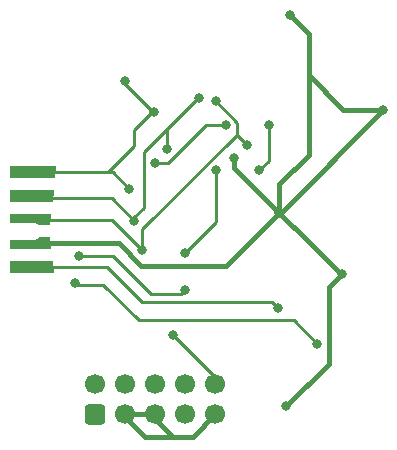
<source format=gbl>
%TF.GenerationSoftware,KiCad,Pcbnew,5.1.8*%
%TF.CreationDate,2020-11-29T17:04:24-06:00*%
%TF.ProjectId,ePenguin-Debug,6550656e-6775-4696-9e2d-44656275672e,rev?*%
%TF.SameCoordinates,Original*%
%TF.FileFunction,Copper,L2,Bot*%
%TF.FilePolarity,Positive*%
%FSLAX46Y46*%
G04 Gerber Fmt 4.6, Leading zero omitted, Abs format (unit mm)*
G04 Created by KiCad (PCBNEW 5.1.8) date 2020-11-29 17:04:24*
%MOMM*%
%LPD*%
G01*
G04 APERTURE LIST*
%TA.AperFunction,ComponentPad*%
%ADD10C,1.700000*%
%TD*%
%TA.AperFunction,SMDPad,CuDef*%
%ADD11C,0.100000*%
%TD*%
%TA.AperFunction,ViaPad*%
%ADD12C,0.800000*%
%TD*%
%TA.AperFunction,Conductor*%
%ADD13C,0.250000*%
%TD*%
%TA.AperFunction,Conductor*%
%ADD14C,0.400000*%
%TD*%
G04 APERTURE END LIST*
D10*
%TO.P,J3,10*%
%TO.N,Net-(J1-Pad10)*%
X118960000Y-81960000D03*
%TO.P,J3,8*%
%TO.N,Net-(J2-Pad8)*%
X116420000Y-81960000D03*
%TO.P,J3,6*%
%TO.N,Net-(J1-Pad6)*%
X113880000Y-81960000D03*
%TO.P,J3,4*%
%TO.N,Net-(J1-Pad4)*%
X111340000Y-81960000D03*
%TO.P,J3,2*%
%TO.N,Net-(J1-Pad2)*%
X108800000Y-81960000D03*
%TO.P,J3,9*%
%TO.N,GND*%
X118960000Y-84500000D03*
%TO.P,J3,7*%
%TO.N,Net-(J2-Pad7)*%
X116420000Y-84500000D03*
%TO.P,J3,5*%
%TO.N,GND*%
X113880000Y-84500000D03*
%TO.P,J3,3*%
X111340000Y-84500000D03*
%TO.P,J3,1*%
%TO.N,Net-(J1-Pad1)*%
%TA.AperFunction,ComponentPad*%
G36*
G01*
X109400000Y-85350000D02*
X108200000Y-85350000D01*
G75*
G02*
X107950000Y-85100000I0J250000D01*
G01*
X107950000Y-83900000D01*
G75*
G02*
X108200000Y-83650000I250000J0D01*
G01*
X109400000Y-83650000D01*
G75*
G02*
X109650000Y-83900000I0J-250000D01*
G01*
X109650000Y-85100000D01*
G75*
G02*
X109400000Y-85350000I-250000J0D01*
G01*
G37*
%TD.AperFunction*%
%TD*%
%TA.AperFunction,SMDPad,CuDef*%
D11*
%TO.P,J1,8*%
%TO.N,/DEBUG_RX*%
G36*
X101600000Y-72500000D02*
G01*
X101600000Y-71500000D01*
X105200000Y-71500000D01*
X105300000Y-72500000D01*
X101600000Y-72500000D01*
G37*
%TD.AperFunction*%
%TA.AperFunction,SMDPad,CuDef*%
%TO.P,J1,6*%
%TO.N,Net-(J1-Pad6)*%
G36*
X105200000Y-66500000D02*
G01*
X101600000Y-66500000D01*
X101600000Y-65500000D01*
X105300000Y-65500000D01*
X105200000Y-66500000D01*
G37*
%TD.AperFunction*%
%TA.AperFunction,SMDPad,CuDef*%
%TO.P,J1,10*%
%TO.N,Net-(J1-Pad10)*%
G36*
X105400000Y-64500000D02*
G01*
X101600000Y-64500000D01*
X101600000Y-63500000D01*
X105500000Y-63500000D01*
X105400000Y-64500000D01*
G37*
%TD.AperFunction*%
%TA.AperFunction,SMDPad,CuDef*%
%TO.P,J1,3*%
%TO.N,GND*%
G36*
X101600000Y-70500000D02*
G01*
X101600000Y-69700000D01*
X103610000Y-69700000D01*
X103720000Y-69690000D01*
X103800000Y-69670000D01*
X103860000Y-69650000D01*
X103910000Y-69630000D01*
X103960000Y-69600000D01*
X104020000Y-69560000D01*
X104070000Y-69520000D01*
X104090000Y-69500000D01*
X105000000Y-69500000D01*
X105100000Y-70500000D01*
X101600000Y-70500000D01*
G37*
%TD.AperFunction*%
%TA.AperFunction,SMDPad,CuDef*%
%TO.P,J1,4*%
%TO.N,Net-(J1-Pad4)*%
G36*
X105000000Y-68500000D02*
G01*
X104090000Y-68500000D01*
X104070000Y-68480000D01*
X104020000Y-68440000D01*
X103960000Y-68400000D01*
X103910000Y-68370000D01*
X103860000Y-68350000D01*
X103800000Y-68330000D01*
X103720000Y-68310000D01*
X103610000Y-68300000D01*
X101600000Y-68300000D01*
X101600000Y-67500000D01*
X105100000Y-67500000D01*
X105000000Y-68500000D01*
G37*
%TD.AperFunction*%
%TD*%
D12*
%TO.N,/DEBUG_RX*%
X124300000Y-75500000D03*
%TO.N,GND*%
X133200000Y-58700000D03*
X125000000Y-83800000D03*
X124400000Y-67400000D03*
X125300000Y-50700000D03*
X120600000Y-62800000D03*
X129700000Y-72600000D03*
%TO.N,/DEBUG_TX*%
X107100000Y-73400000D03*
X127600000Y-78500000D03*
%TO.N,Net-(J1-Pad6)*%
X112100000Y-68100000D03*
X117600000Y-57700000D03*
X114900000Y-62000000D03*
%TO.N,Net-(J1-Pad10)*%
X115400000Y-77800000D03*
X111700000Y-65400000D03*
X113800000Y-58900000D03*
X111300000Y-56300000D03*
%TO.N,Net-(J1-Pad4)*%
X112800000Y-70600000D03*
X119000000Y-58000000D03*
X121700000Y-61700000D03*
%TO.N,Net-(J1-Pad2)*%
X119900000Y-60000000D03*
X113900000Y-63200000D03*
%TO.N,Net-(J1-Pad1)*%
X123500000Y-60000000D03*
X119000000Y-63800000D03*
X116400000Y-70800000D03*
X107400000Y-71100000D03*
X116400000Y-74000000D03*
X122700000Y-63800000D03*
%TD*%
D13*
%TO.N,/DEBUG_RX*%
X109800000Y-72000000D02*
X103400000Y-72000000D01*
X124300000Y-75500000D02*
X123800000Y-75000000D01*
X112800000Y-75000000D02*
X109800000Y-72000000D01*
X123800000Y-75000000D02*
X112800000Y-75000000D01*
D14*
%TO.N,GND*%
X111340000Y-84500000D02*
X113880000Y-84500000D01*
X113880000Y-84500000D02*
X113880000Y-84880000D01*
X113880000Y-84880000D02*
X115400000Y-86400000D01*
X117060000Y-86400000D02*
X118960000Y-84500000D01*
X111340000Y-84500000D02*
X111340000Y-84740000D01*
X113000000Y-86400000D02*
X115600000Y-86400000D01*
X111340000Y-84740000D02*
X113000000Y-86400000D01*
X115600000Y-86400000D02*
X117060000Y-86400000D01*
X115400000Y-86400000D02*
X115600000Y-86400000D01*
X125300000Y-50700000D02*
X126900000Y-52300000D01*
X126900000Y-52300000D02*
X126900000Y-55800000D01*
X129800000Y-58700000D02*
X133200000Y-58700000D01*
X126900000Y-55800000D02*
X129800000Y-58700000D01*
X126900000Y-55800000D02*
X126900000Y-62500000D01*
X124400000Y-65000000D02*
X124400000Y-67400000D01*
X126900000Y-62500000D02*
X124400000Y-65000000D01*
X120600000Y-63600000D02*
X124400000Y-67400000D01*
X120600000Y-62800000D02*
X120600000Y-63600000D01*
X124500000Y-67400000D02*
X124400000Y-67400000D01*
X133200000Y-58700000D02*
X124500000Y-67400000D01*
X110800000Y-70000000D02*
X103100000Y-70000000D01*
X112700000Y-71900000D02*
X110800000Y-70000000D01*
X119900000Y-71900000D02*
X112700000Y-71900000D01*
X124400000Y-67400000D02*
X119900000Y-71900000D01*
X128600000Y-80200000D02*
X125000000Y-83800000D01*
X128600000Y-73700000D02*
X128600000Y-80200000D01*
X129700000Y-72600000D02*
X128600000Y-73700000D01*
X126800000Y-69800000D02*
X124400000Y-67400000D01*
X129600000Y-72600000D02*
X126800000Y-69800000D01*
X129700000Y-72600000D02*
X129600000Y-72600000D01*
D13*
%TO.N,/DEBUG_TX*%
X107100000Y-73400000D02*
X107200000Y-73500000D01*
X107200000Y-73500000D02*
X109500000Y-73500000D01*
X109500000Y-73500000D02*
X112500000Y-76500000D01*
X125600000Y-76500000D02*
X127600000Y-78500000D01*
X112500000Y-76500000D02*
X125600000Y-76500000D01*
%TO.N,Net-(J1-Pad6)*%
X103600000Y-66200000D02*
X103400000Y-66000000D01*
X112100000Y-68100000D02*
X110200000Y-66200000D01*
X110200000Y-66200000D02*
X103600000Y-66200000D01*
X112900000Y-62300000D02*
X117500000Y-57700000D01*
X117500000Y-57700000D02*
X117600000Y-57700000D01*
X112900000Y-67000000D02*
X112900000Y-62300000D01*
X112100000Y-67800000D02*
X112900000Y-67000000D01*
X112100000Y-68100000D02*
X112100000Y-67800000D01*
X114900000Y-60300000D02*
X117500000Y-57700000D01*
X114900000Y-62000000D02*
X114900000Y-60300000D01*
%TO.N,Net-(J1-Pad10)*%
X103500000Y-64000000D02*
X109900000Y-64000000D01*
X118960000Y-81360000D02*
X115400000Y-77800000D01*
X118960000Y-81960000D02*
X118960000Y-81360000D01*
X110300000Y-64000000D02*
X109900000Y-64000000D01*
X111700000Y-65400000D02*
X110300000Y-64000000D01*
X112100000Y-61800000D02*
X109900000Y-64000000D01*
X112100000Y-60400000D02*
X112100000Y-61800000D01*
X113800000Y-58900000D02*
X113600000Y-58900000D01*
X113600000Y-58900000D02*
X112100000Y-60400000D01*
X113700000Y-58900000D02*
X113800000Y-58900000D01*
X111300000Y-56500000D02*
X113700000Y-58900000D01*
X111300000Y-56300000D02*
X111300000Y-56500000D01*
%TO.N,Net-(J1-Pad4)*%
X103100000Y-68000000D02*
X110200000Y-68000000D01*
X110200000Y-68000000D02*
X112800000Y-70600000D01*
X120800000Y-59800000D02*
X119000000Y-58000000D01*
X120800000Y-60400000D02*
X120800000Y-59800000D01*
X120800000Y-60800000D02*
X120800000Y-60400000D01*
X121700000Y-61700000D02*
X120800000Y-60800000D01*
X112800000Y-68800000D02*
X120800000Y-60800000D01*
X112800000Y-70600000D02*
X112800000Y-68800000D01*
%TO.N,Net-(J1-Pad2)*%
X118200000Y-60000000D02*
X119900000Y-60000000D01*
X115000000Y-63200000D02*
X118200000Y-60000000D01*
X113900000Y-63200000D02*
X115000000Y-63200000D01*
%TO.N,Net-(J1-Pad1)*%
X119000000Y-68200000D02*
X116400000Y-70800000D01*
X119000000Y-63800000D02*
X119000000Y-68200000D01*
X107400000Y-71100000D02*
X110300000Y-71100000D01*
X110300000Y-71100000D02*
X113500000Y-74300000D01*
X116100000Y-74300000D02*
X116400000Y-74000000D01*
X113500000Y-74300000D02*
X116100000Y-74300000D01*
X123500000Y-63000000D02*
X123500000Y-60000000D01*
X122700000Y-63800000D02*
X123500000Y-63000000D01*
%TD*%
M02*

</source>
